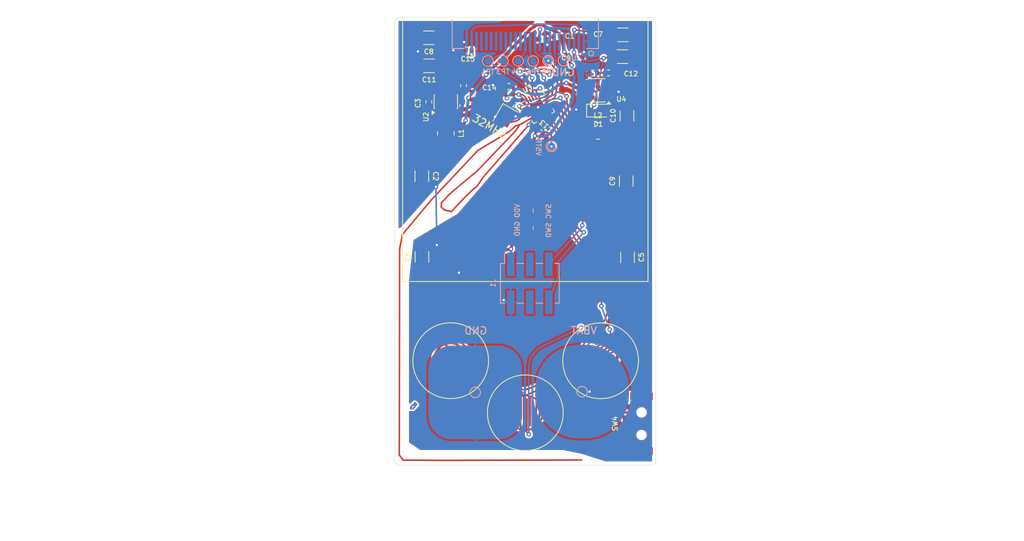
<source format=kicad_pcb>
(kicad_pcb (version 20241229) (generator "pcbnew") (generator_version "9.0")
  (layers (0 "F.Cu" signal) (2 "B.Cu" signal) (13 "F.Paste" user) (15 "B.Paste" user) (5 "F.SilkS" user "F.Silkscreen") (7 "B.SilkS" user "B.Silkscreen") (1 "F.Mask" user) (3 "B.Mask" user) (25 "Edge.Cuts" user))
  (net 0 "")
  (net 1 "GND")
  (net 2 "VDD")
  (net 3 "Net-(U2-BOOT)")
  (net 4 "Net-(U1-VCOMH)")
  (net 5 "SWD")
  (net 7 "SWCLK")
  (net 9 "Net-(U2-SW)")
  (net 10 "+9V")
  (net 11 "VPP")
  (net 12 "Net-(D1-A)")
  (net 13 "Net-(U2-FB)")
  (net 14 "Net-(U4-FB)")
  (net 15 "Net-(U1-IREF)")
  (net 16 "ADC")
  (net 17 "Net-(U2-EN)")
  (net 18 "B0")
  (net 19 "B1")
  (net 20 "B2")
  (net 21 "MOSI")
  (net 22 "Net-(U3-V5)")
  (net 23 "RES")
  (net 26 "BS1")
  (net 27 "D{slash}C")
  (net 29 "SCK")
  (net 31 "SCS")
  (net 32 "Net-(U3-XO)")
  (net 33 "Net-(U3-XI)")
  (net 44 "Net-(BT1-+)")
  (footprint "Inductor_SMD:L_1008_2520Metric" (layer "F.Cu") (at 189.4 95.28 -90)
    (property "Reference" "L1")
    (property "Value" "10uH")
  )
  (footprint "Resistor_SMD:R_0402_1005Metric" (layer "F.Cu") (at 187.14 91.08 -90)
    (property "Reference" "C3")
    (property "Value" "100n")
  )
  (footprint "Resistor_SMD:R_0402_1005Metric" (layer "F.Cu") (at 192.33 84.19 180)
    (property "Reference" "C15")
    (property "Value" "1u")
  )
  (footprint "Capacitor_SMD:C_1206_3216Metric" (layer "F.Cu") (at 187.175 86.28 180)
    (property "Reference" "C11")
    (property "Value" "4.7u")
  )
  (footprint "Capacitor_SMD:C_1206_3216Metric" (layer "F.Cu") (at 186.22 111.76 90)
    (property "Reference" "C6")
    (property "Value" "4.7u")
  )
  (footprint "Package_TO_SOT_SMD:SOT-23-6" (layer "F.Cu") (at 209.6825 89.54 180)
    (property "Reference" "U4")
    (property "Value" "HX3608_BOOST")
  )
  (footprint "Crystal:Crystal_SMD_2016-4Pin_2.0x1.6mm" (layer "F.Cu") (at 197.35 93.06 -120)
    (property "Reference" "Y1")
    (property "Value" "32MHz")
  )
  (footprint "Resistor_SMD:R_0402_1005Metric" (layer "F.Cu") (at 204.26 82.39 180)
    (property "Reference" "C1")
    (property "Value" "100n")
  )
  (footprint "cnhardware:BTC007_Button_Silicone" (layer "F.Cu") (at 200 132.55 180)
    (property "Reference" "SW1" (hide yes))
    (property "Value" "TS-1187A-B-A-B" (hide yes))
  )
  (footprint "cnhardware:R_0402_1005Metric_COMPACT" (layer "F.Cu") (at 211.112501 87.227498)
    (property "Reference" "R8" (hide yes))
    (property "Value" "1M" (hide yes))
  )
  (footprint "cnhardware:BTC007_Button_Silicone" (layer "F.Cu") (at 210.041858 125.61 -60)
    (property "Reference" "SW3" (hide yes))
    (property "Value" "TS-1187A-B-A-B" (hide yes))
  )
  (footprint "Capacitor_SMD:C_1206_3216Metric" (layer "F.Cu") (at 187.135 82.54 180)
    (property "Reference" "C8")
    (property "Value" "4.7u")
  )
  (footprint "cnhardware:R_0402_1005Metric_COMPACT" (layer "F.Cu") (at 191.66 91.59 -90)
    (property "Reference" "R7" (hide yes))
    (property "Value" "33k" (hide yes))
  )
  (footprint "swadgeparts:SW_SPDT_PCM12" (layer "F.Cu") (at 215.17 134 90)
    (property "Reference" "SW4")
    (property "Value" "SW_SPDT")
  )
  (footprint "Inductor_SMD:L_1008_2520Metric" (layer "F.Cu") (at 209.692501 94.947498)
    (property "Reference" "L2")
    (property "Value" "10uH")
  )
  (footprint "Capacitor_SMD:C_1206_3216Metric" (layer "F.Cu") (at 186.2 100.995 -90)
    (property "Reference" "C2")
    (property "Value" "4.7u")
  )
  (footprint "Package_DFN_QFN:QFN-20-1EP_3x3mm_P0.4mm_EP1.65x1.65mm" (layer "F.Cu") (at 201.705737 91.80141 30)
    (property "Reference" "U3")
    (property "Value" "CH572Q")
  )
  (footprint "Resistor_SMD:R_0402_1005Metric" (layer "F.Cu") (at 201.89 95.13 -45)
    (property "Reference" "C13")
    (property "Value" "100n")
  )
  (footprint "Capacitor_SMD:C_1206_3216Metric" (layer "F.Cu") (at 213.63 111.82 -90)
    (property "Reference" "C5")
    (property "Value" "4.7u")
  )
  (footprint "cnhardware:BTC007_Button_Silicone" (layer "F.Cu") (at 190.048142 125.6 60)
    (property "Reference" "SW2" (hide yes))
    (property "Value" "TS-1187A-B-A-B" (hide yes))
  )
  (footprint "cnhardware:R_0402_1005Metric_COMPACT" (layer "F.Cu") (at 192.9 90.26 90)
    (property "Reference" "R5" (hide yes))
    (property "Value" "100k" (hide yes))
  )
  (footprint "Capacitor_SMD:C_1206_3216Metric" (layer "F.Cu") (at 213.46 101.66 90)
    (property "Reference" "C9")
    (property "Value" "4.7u")
  )
  (footprint "Diode_SMD:D_SOD-323" (layer "F.Cu") (at 209.785001 92.247498)
    (property "Reference" "D1")
    (property "Value" "1N4148")
  )
  (footprint "cnhardware:R_0402_1005Metric_COMPACT" (layer "F.Cu") (at 197.85 90.04)
    (property "Reference" "R6" (hide yes))
    (property "Value" "33k" (hide yes))
  )
  (footprint "cnhardware:R_0402_1005Metric_COMPACT" (layer "F.Cu") (at 202.22 82.74 180)
    (property "Reference" "R3" (hide yes))
    (property "Value" "1M" (hide yes))
  )
  (footprint "cnhardware:R_0402_1005Metric_COMPACT" (layer "F.Cu") (at 191.76 88.92 -90)
    (property "Reference" "R1" (hide yes))
    (property "Value" "33k" (hide yes))
  )
  (footprint "Capacitor_SMD:C_1206_3216Metric" (layer "F.Cu") (at 213.01 82.15)
    (property "Reference" "C7")
    (property "Value" "4.7u")
  )
  (footprint "Resistor_SMD:R_0402_1005Metric" (layer "F.Cu") (at 197.82 89.03 180)
    (property "Reference" "C14")
    (property "Value" "100n")
  )
  (footprint "Capacitor_SMD:C_1206_3216Metric" (layer "F.Cu") (at 213.552501 92.932498 90)
    (property "Reference" "C10")
    (property "Value" "4.7u")
  )
  (footprint "Resistor_SMD:R_0402_1005Metric" (layer "F.Cu") (at 207.09 85.09)
    (property "Reference" "C4")
    (property "Value" "1u")
  )
  (footprint "Capacitor_SMD:C_1206_3216Metric" (layer "F.Cu") (at 212.97 85.05)
    (property "Reference" "C12")
    (property "Value" "4.7u")
  )
  (footprint "Package_TO_SOT_SMD:SOT-23-6" (layer "F.Cu") (at 189.4 91.0625 90)
    (property "Reference" "U2")
    (property "Value" "TPS54302")
  )
  (footprint "cnhardware:R_0402_1005Metric_COMPACT" (layer "F.Cu") (at 209.072501 87.237498 180)
    (property "Reference" "R2" (hide yes))
    (property "Value" "51k" (hide yes))
  )
  (footprint "TestPoint:TestPoint_Pad_D1.0mm" (layer "B.Cu") (at 199.03 85.62)
    (property "Reference" "TP4")
    (property "Value" "DCTP")
  )
  (footprint "TestPoint:TestPoint_Pad_D1.0mm" (layer "B.Cu") (at 207.575 129.725 180)
    (property "Reference" "TP7" (hide yes))
    (property "Value" "VBAT")
  )
  (footprint "TestPoint:TestPoint_Pad_D1.0mm" (layer "B.Cu") (at 193.325 129.825 180)
    (property "Reference" "TP9" (hide yes))
    (property "Value" "GND")
  )
  (footprint "TestPoint:TestPoint_Pad_D1.0mm" (layer "B.Cu") (at 203.06 85.6)
    (property "Reference" "TP5")
    (property "Value" "SCSTP")
  )
  (footprint "TestPoint:TestPoint_Pad_D1.0mm" (layer "B.Cu") (at 195 85.63)
    (property "Reference" "TP1")
    (property "Value" "MOSITP")
  )
  (footprint "TestPoint:TestPoint_Pad_D1.0mm" (layer "B.Cu") (at 201.05 85.64)
    (property "Reference" "TP6")
    (property "Value" "RESTP")
  )
  (footprint "TestPoint:TestPoint_Pad_D1.0mm" (layer "B.Cu") (at 203.5 97.03 180)
    (property "Reference" "TP2" (hide yes))
    (property "Value" "V5TP")
  )
  (footprint "cnhardware:RB150-2828KSWKG01" (layer "B.Cu") (at 200 83 180)
    (property "Reference" "U1")
    (property "Value" "~")
  )
  (footprint "TestPoint:TestPoint_Pad_D1.0mm" (layer "B.Cu") (at 197.02 85.62)
    (property "Reference" "TP3")
    (property "Value" "DCTP")
  )
  (footprint "Connector_PinHeader_2.54mm:PinHeader_2x03_P2.54mm_Vertical_SMD" (layer "B.Cu") (at 200.6 115.274999 -90)
    (property "Reference" "J1")
    (property "Value" "SAO")
  )
  (footprint "TestPoint:TestPoint_Pad_D1.0mm" (layer "B.Cu") (at 205.075 85.575 180)
    (property "Reference" "TP8" (hide yes))
    (property "Value" "GND")
  )
  (gr_line (start 184.772 131.712) (end 185.026 131.458) (stroke (width 0.2)) (layer "F.Cu"))
  (gr_line (start 185.534 131.458) (end 185.28 131.204) (stroke (width 0.2)) (layer "F.Cu"))
  (gr_line (start 184.772 131.966) (end 184.772 131.712) (stroke (width 0.2)) (layer "F.Cu"))
  (gr_line (start 185.28 131.204) (end 185.28 131.712) (stroke (width 0.2)) (layer "F.Cu"))
  (gr_line (start 185.28 131.712) (end 185.026 131.966) (stroke (width 0.2)) (layer "F.Cu"))
  (gr_line (start 185.026 131.966) (end 184.772 131.966) (stroke (width 0.2)) (layer "F.Cu"))
  (gr_line (start 185.026 131.458) (end 185.534 131.458) (stroke (width 0.2)) (layer "F.Cu"))
  (gr_line (start 185.246 131.754) (end 185.246 131.246) (stroke (width 0.2)) (layer "B.Cu"))
  (gr_line (start 209.045957 87.373013) (end 208.918957 87.592983) (stroke (width 0.2)) (layer "B.Cu"))
  (gr_line (start 208.132045 87.431954) (end 208.225016 87.778924) (stroke (width 0.2)) (layer "B.Cu"))
  (gr_line (start 208.225016 87.778924) (end 208.479016 87.338983) (stroke (width 0.2)) (layer "B.Cu"))
  (gr_line (start 184.738 132.008) (end 184.992 132.007999) (stroke (width 0.2)) (layer "B.Cu"))
  (gr_line (start 185.5 131.5) (end 184.992 131.5) (stroke (width 0.2)) (layer "B.Cu"))
  (gr_line (start 208.918957 87.592983) (end 208.571986 87.685954) (stroke (width 0.2)) (layer "B.Cu"))
  (gr_line (start 184.738 131.754) (end 184.738 132.008) (stroke (width 0.2)) (layer "B.Cu"))
  (gr_line (start 208.571986 87.685954) (end 208.132045 87.431954) (stroke (width 0.2)) (layer "B.Cu"))
  (gr_line (start 185.246 131.246) (end 185.5 131.5) (stroke (width 0.2)) (layer "B.Cu"))
  (gr_line (start 208.825986 87.246013) (end 209.045957 87.373013) (stroke (width 0.2)) (layer "B.Cu"))
  (gr_line (start 184.992 132.007999) (end 185.246 131.754) (stroke (width 0.2)) (layer "B.Cu"))
  (gr_line (start 184.992 131.5) (end 184.738 131.754) (stroke (width 0.2)) (layer "B.Cu"))
  (gr_line (start 208.479016 87.338983) (end 208.825986 87.246013) (stroke (width 0.2)) (layer "B.Cu"))
  (gr_line (start 216.36 79.9) (end 216.36 115.04) (stroke (width 0.12)) (layer "F.SilkS"))
  (gr_line (start 183.64 115.04) (end 183.64 79.87) (stroke (width 0.12)) (layer "F.SilkS"))
  (gr_line (start 216.36 115.04) (end 183.64 115.04) (stroke (width 0.12)) (layer "F.SilkS"))
  (gr_line (start 183.2 139.525736) (end 216.8 139.525736) (stroke (width 0.05)) (layer "Edge.Cuts"))
  (gr_line (start 216.8 79.8) (end 183.2 79.8) (stroke (width 0.05)) (layer "Edge.Cuts"))
  (gr_arc (start 182.6 80.4) (mid 182.775736 79.975736) (end 183.2 79.8) (stroke (width 0.05)) (layer "Edge.Cuts"))
  (gr_arc (start 217.4 138.925736) (mid 217.224264 139.35) (end 216.8 139.525736) (stroke (width 0.05)) (layer "Edge.Cuts"))
  (gr_arc (start 216.8 79.8) (mid 217.224264 79.975736) (end 217.4 80.4) (stroke (width 0.05)) (layer "Edge.Cuts"))
  (gr_arc (start 183.2 139.525736) (mid 182.775736 139.35) (end 182.6 138.925736) (stroke (width 0.05)) (layer "Edge.Cuts"))
  (gr_line (start 182.6 80.4) (end 182.6 138.919128) (stroke (width 0.05)) (layer "Edge.Cuts"))
  (gr_line (start 217.4 138.925736) (end 217.4 80.4) (stroke (width 0.05)) (layer "Edge.Cuts"))
  (gr_text "VDD GND\n\n -   -\n\nSWC SWD" (at 203.48 104.6 90) (layer "B.SilkS") (effects (font (size 0.65 0.65) (thickness 0.12) (bold yes)) (justify left bottom mirror)))
  (segment (start 213.98 88.05) (end 212.44 89.74) (width 0.2) (layer "F.Cu") (net 1))
  (segment (start 195.67 88.846793) (end 191.76 88.41) (width 0.2) (layer "F.Cu") (net 1))
  (segment (start 200.48 94.14) (end 194.4 101.11) (width 0.2) (layer "F.Cu") (net 1))
  (segment (start 199.3 86.14) (end 202.93 83.47) (width 0.2) (layer "F.Cu") (net 1))
  (segment (start 210.545575 98.704425) (end 213.46 100.185) (width 0.2) (layer "F.Cu") (net 1))
  (segment (start 213.63 113.295) (end 211.3 111.83) (width 0.2) (layer "F.Cu") (net 1))
  (segment (start 186.61 92.412571) (end 184.28 98.64) (width 0.2) (layer "F.Cu") (net 1))
  (segment (start 186.61 92.412571) (end 186.5 92.4) (width 0.2) (layer "F.Cu") (net 1))
  (segment (start 210.82 89.54) (end 211.92 89.51) (width 0.2) (layer "F.Cu") (net 1))
  (segment (start 183.62 108.77) (end 183.24 110.69) (width 0.2) (layer "F.Cu") (net 1))
  (segment (start 183.72 138.86) (end 189.05 138.89) (width 0.2) (layer "F.Cu") (net 1))
  (segment (start 204.85 88.08) (end 204.83 88.84) (width 0.2) (layer "F.Cu") (net 1))
  (segment (start 202.250624 95.490625) (end 202.68 94.82) (width 0.2) (layer "F.Cu") (net 1))
  (segment (start 208.234446 86.505554) (end 208.562501 87.237498) (width 0.2) (layer "F.Cu") (net 1))
  (segment (start 190.15 105.71) (end 191.66 104.1) (width 0.2) (layer "F.Cu") (net 1))
  (segment (start 188.8 105.13) (end 189.23 105.51) (width 0.2) (layer "F.Cu") (net 1))
  (segment (start 193.59 100.29) (end 198.75 94.91) (width 0.2) (layer "F.Cu") (net 1))
  (segment (start 186.04 91.41) (end 186.33 87.46) (width 0.2) (layer "F.Cu") (net 1))
  (segment (start 214.485 82.15) (end 214.445 85.05) (width 0.2) (layer "F.Cu") (net 1))
  (segment (start 206.84 91.87) (end 206.79 92.11) (width 0.2) (layer "F.Cu") (net 1))
  (segment (start 198.01 87.35) (end 199.3 86.14) (width 0.2) (layer "F.Cu") (net 1))
  (segment (start 199.54 87.84) (end 198.01 87.35) (width 0.2) (layer "F.Cu") (net 1))
  (segment (start 186.5 92.4) (end 186.04 91.41) (width 0.2) (layer "F.Cu") (net 1))
  (segment (start 189.82 103.47) (end 190.41 102.94) (width 0.2) (layer "F.Cu") (net 1))
  (segment (start 207.82 84.44) (end 207.6 85.09) (width 0.2) (layer "F.Cu") (net 1))
  (segment (start 190.41 102.94) (end 193.59 100.29) (width 0.2) (layer "F.Cu") (net 1))
  (segment (start 205.16 89.41) (end 206.1 89.85) (width 0.2) (layer "F.Cu") (net 1))
  (segment (start 188.08 102.42) (end 186.2 102.47) (width 0.2) (layer "F.Cu") (net 1))
  (segment (start 193.13 102.65) (end 191.66 104.1) (width 0.2) (layer "F.Cu") (net 1))
  (segment (start 189.05 138.89) (end 207.52 138.84) (width 0.2) (layer "F.Cu") (net 1))
  (segment (start 214.445 85.05) (end 214.34 86.54) (width 0.2) (layer "F.Cu") (net 1))
  (segment (start 197.31 89.03) (end 198.01 87.35) (width 0.2) (layer "F.Cu") (net 1))
  (segment (start 189.23 105.51) (end 190.15 105.71) (width 0.2) (layer "F.Cu") (net 1))
  (segment (start 186.33 87.46) (end 185.7 86.28) (width 0.2) (layer "F.Cu") (net 1))
  (segment (start 199.21 94.17) (end 198.72 94.28) (width 0.2) (layer "F.Cu") (net 1))
  (segment (start 207.32 96.47) (end 208.47 97.65) (width 0.2) (layer "F.Cu") (net 1))
  (segment (start 203.75 82.39) (end 202.73 82.74) (width 0.2) (layer "F.Cu") (net 1))
  (segment (start 191.76 88.41) (end 186.33 87.46) (width 0.2) (layer "F.Cu") (net 1))
  (segment (start 188.81 104.55) (end 188.8 105.13) (width 0.2) (layer "F.Cu") (net 1))
  (segment (start 202.73 82.74) (end 202.93 83.47) (width 0.2) (layer "F.Cu") (net 1))
  (segment (start 185.7 86.28) (end 185.679465 84.36) (width 0.2) (layer "F.Cu") (net 1))
  (segment (start 211.3 111.83) (end 210.545575 98.704425) (width 0.2) (layer "F.Cu") (net 1))
  (segment (start 183.24 110.69) (end 183.2 138.18) (width 0.2) (layer "F.Cu") (net 1))
  (segment (start 194.4 101.11) (end 193.52 102.4) (width 0.2) (layer "F.Cu") (net 1))
  (segment (start 193.52 102.4) (end 193.13 102.65) (width 0.2) (layer "F.Cu") (net 1))
  (segment (start 191.82 84.19) (end 190.41 84.21) (width 0.2) (layer "F.Cu") (net 1))
  (segment (start 185.679465 84.36) (end 185.66 82.54) (width 0.2) (layer "F.Cu") (net 1))
  (segment (start 212.44 89.74) (end 213.552501 91.457498) (width 0.2) (layer "F.Cu") (net 1))
  (segment (start 208.47 97.65) (end 210.545575 98.704425) (width 0.2) (layer "F.Cu") (net 1))
  (segment (start 184.28 98.64) (end 184.33 100.39) (width 0.2) (layer "F.Cu") (net 1))
  (segment (start 204.83 88.84) (end 205.16 89.41) (width 0.2) (layer "F.Cu") (net 1))
  (segment (start 187.55 92.52) (end 186.61 92.412571) (width 0.2) (layer "F.Cu") (net 1))
  (segment (start 193.67 97.56) (end 187.4 104.23) (width 0.2) (layer "F.Cu") (net 1))
  (segment (start 197.12 117.51) (end 191.14 113.87) (width 0.2) (layer "F.Cu") (net 1))
  (segment (start 206.79 92.11) (end 207.32 96.47) (width 0.2) (layer "F.Cu") (net 1))
  (segment (start 188.45 92.2) (end 187.55 92.52) (width 0.2) (layer "F.Cu") (net 1))
  (segment (start 198.71 93.02) (end 198.176314 92.728782) (width 0.2) (layer "F.Cu") (net 1))
  (segment (start 206.1 89.85) (end 206.84 91.87) (width 0.2) (layer "F.Cu") (net 1))
  (segment (start 196.523686 93.391218) (end 195.97 93.06) (width 0.2) (layer "F.Cu") (net 1))
  (segment (start 205.54 87.18) (end 204.85 88.08) (width 0.2) (layer "F.Cu") (net 1))
  (segment (start 191.82 84.19) (end 191.83 83.11) (width 0.2) (layer "F.Cu") (net 1))
  (segment (start 211.92 89.51) (end 212.44 89.74) (width 0.2) (layer "F.Cu") (net 1))
  (segment (start 214.34 86.54) (end 213.98 88.05) (width 0.2) (layer "F.Cu") (net 1))
  (segment (start 198.72 94.28) (end 197.85 95.05) (width 0.2) (layer "F.Cu") (net 1))
  (segment (start 198.75 94.91) (end 199.21 94.17) (width 0.2) (layer "F.Cu") (net 1))
  (segment (start 199.21 94.17) (end 200.85 93.21923) (width 0.2) (layer "F.Cu") (net 1))
  (segment (start 183.2 138.18) (end 183.72 138.86) (width 0.2) (layer "F.Cu") (net 1))
  (segment (start 186.22 110.285) (end 188.2 110.18) (width 0.2) (layer "F.Cu") (net 1))
  (segment (start 207.6 85.09) (end 208.234446 86.505554) (width 0.2) (layer "F.Cu") (net 1))
  (segment (start 184.33 100.39) (end 186.2 102.47) (width 0.2) (layer "F.Cu") (net 1))
  (segment (start 189.82 103.47) (end 188.81 104.55) (width 0.2) (layer "F.Cu") (net 1))
  (segment (start 208.234446 86.505554) (end 205.54 87.18) (width 0.2) (layer "F.Cu") (net 1))
  (segment (start 197.85 95.05) (end 193.67 97.56) (width 0.2) (layer "F.Cu") (net 1))
  (segment (start 187.4 104.23) (end 183.62 108.77) (width 0.2) (layer "F.Cu") (net 1))
  (segment (start 197.31 89.03) (end 195.67 88.846793) (width 0.2) (layer "F.Cu") (net 1))
  (via (at 202.68 94.82) (size 0.6) (drill 0.3) (layers "F.Cu" "B.Cu") (net 1))
  (via (at 200.48 94.14) (size 0.6) (drill 0.3) (layers "F.Cu" "B.Cu") (net 1))
  (via (at 197.12 117.51) (size 0.6) (drill 0.3) (layers "F.Cu" "B.Cu") (net 1))
  (via (at 206.79 92.11) (size 0.6) (drill 0.3) (layers "F.Cu" "B.Cu") (net 1))
  (via (at 191.83 83.11) (size 0.6) (drill 0.3) (layers "F.Cu" "B.Cu") (net 1))
  (via (at 188.2 110.18) (size 0.6) (drill 0.3) (layers "F.Cu" "B.Cu") (net 1))
  (via (at 201.705737 91.80141) (size 0.6) (drill 0.3) (layers "F.Cu" "B.Cu") (net 1))
  (via (at 190.41 84.21) (size 0.6) (drill 0.3) (layers "F.Cu" "B.Cu") (net 1))
  (via (at 195.67 88.846793) (size 0.6) (drill 0.3) (layers "F.Cu" "B.Cu") (net 1))
  (via (at 195.97 93.06) (size 0.6) (drill 0.3) (layers "F.Cu" "B.Cu") (net 1))
  (via (at 191.14 113.87) (size 0.6) (drill 0.3) (layers "F.Cu" "B.Cu") (net 1))
  (via (at 198.71 93.02) (size 0.6) (drill 0.3) (layers "F.Cu" "B.Cu") (net 1))
  (via (at 207.82 84.44) (size 0.6) (drill 0.3) (layers "F.Cu" "B.Cu") (net 1))
  (via (at 205.54 87.18) (size 0.6) (drill 0.3) (layers "F.Cu" "B.Cu") (net 1))
  (via (at 188.08 102.42) (size 0.6) (drill 0.3) (layers "F.Cu" "B.Cu") (net 1))
  (via (at 199.54 87.84) (size 0.6) (drill 0.3) (layers "F.Cu" "B.Cu") (net 1))
  (via (at 212.44 89.74) (size 0.6) (drill 0.3) (layers "F.Cu" "B.Cu") (net 1))
  (via (at 185.679465 84.36) (size 0.6) (drill 0.3) (layers "F.Cu" "B.Cu") (net 1))
  (via (at 202.93 83.47) (size 0.6) (drill 0.3) (layers "F.Cu" "B.Cu") (net 1))
  (segment (start 195.97 93.06) (end 198.71 93.02) (width 0.2) (layer "B.Cu") (net 1))
  (segment (start 198.71 93.02) (end 201.705737 91.80141) (width 0.2) (layer "B.Cu") (net 1))
  (segment (start 188.2 110.18) (end 188.08 102.42) (width 0.2) (layer "B.Cu") (net 1))
  (segment (start 203.25 83) (end 202.93 83.47) (width 0.2) (layer "B.Cu") (net 1))
  (segment (start 203.27 88.5) (end 201.9 88.52) (width 0.2) (layer "B.Cu") (net 1))
  (segment (start 210.48 92.55) (end 212.44 89.74) (width 0.2) (layer "B.Cu") (net 1))
  (segment (start 202.68 94.82) (end 201.705737 91.80141) (width 0.2) (layer "B.Cu") (net 1))
  (segment (start 191.14 113.87) (end 188.2 110.18) (width 0.2) (layer "B.Cu") (net 1))
  (segment (start 206.79 92.11) (end 210.48 92.55) (width 0.2) (layer "B.Cu") (net 1))
  (segment (start 203.25 83) (end 202.6 83) (width 0.2) (layer "B.Cu") (net 1))
  (segment (start 200.48 94.14) (end 201.705737 91.80141) (width 0.2) (layer "B.Cu") (net 1))
  (segment (start 201.9 88.52) (end 200.85 88.61) (width 0.2) (layer "B.Cu") (net 1))
  (segment (start 190.41 84.21) (end 185.679465 84.36) (width 0.2) (layer "B.Cu") (net 1))
  (segment (start 205.54 87.18) (end 203.27 88.5) (width 0.2) (layer "B.Cu") (net 1))
  (segment (start 195.97 93.06) (end 195.67 88.846793) (width 0.2) (layer "B.Cu") (net 1))
  (segment (start 207.8 83) (end 207.82 84.44) (width 0.2) (layer "B.Cu") (net 1))
  (segment (start 202.93 83.47) (end 202.6 83) (width 0.2) (layer "B.Cu") (net 1))
  (segment (start 191.83 83.11) (end 192.2 83) (width 0.2) (layer "B.Cu") (net 1))
  (segment (start 200.85 88.61) (end 199.54 87.84) (width 0.2) (layer "B.Cu") (net 1))
  (segment (start 198.06 117.799999) (end 197.12 117.51) (width 0.2) (layer "B.Cu") (net 1))
  (segment (start 204.77 82.39) (end 205.131542 84.08) (width 0.4) (layer "F.Cu") (net 2))
  (segment (start 205.131542 84.08) (end 206.16 86.2) (width 0.4) (layer "F.Cu") (net 2))
  (segment (start 189.4 96.355) (end 186.2 99.52) (width 0.4) (layer "F.Cu") (net 2))
  (segment (start 204.77 82.39) (end 204.23 81.8) (width 0.4) (layer "F.Cu") (net 2))
  (segment (start 191.56 94.56) (end 192.04 93.56) (width 0.4) (layer "F.Cu") (net 2))
  (segment (start 204.23 81.8) (end 202.18 80.82) (width 0.4) (layer "F.Cu") (net 2))
  (segment (start 186.22 113.235) (end 198.09 110.7) (width 0.4) (layer "F.Cu") (net 2))
  (segment (start 205.131542 84.08) (end 205.2 84.4) (width 0.4) (layer "F.Cu") (net 2))
  (segment (start 202.084327 93.257147) (end 202.37 93.77) (width 0.2) (layer "F.Cu") (net 2))
  (segment (start 189.4 96.355) (end 191.56 94.56) (width 0.4) (layer "F.Cu") (net 2))
  (segment (start 201.529376 94.769375) (end 202.03 93.93) (width 0.4) (layer "F.Cu") (net 2))
  (segment (start 201.28 95.62) (end 198.09 110.7) (width 0.4) (layer "F.Cu") (net 2))
  (segment (start 202.03 93.93) (end 201.737917 93.457147) (width 0.2) (layer "F.Cu") (net 2))
  (segment (start 201.28 95.62) (end 201.529376 94.769375) (width 0.4) (layer "F.Cu") (net 2))
  (segment (start 200.72 81.35) (end 194.78 87.47) (width 0.4) (layer "F.Cu") (net 2))
  (segment (start 202.37 93.77) (end 202.03 93.93) (width 0.2) (layer "F.Cu") (net 2))
  (segment (start 201.56 80.81) (end 200.72 81.35) (width 0.4) (layer "F.Cu") (net 2))
  (segment (start 202.18 80.82) (end 201.56 80.81) (width 0.4) (layer "F.Cu") (net 2))
  (segment (start 192.9 90.77) (end 192.42 90.55) (width 0.4) (layer "F.Cu") (net 2))
  (via (at 206.16 86.2) (size 0.6) (drill 0.3) (layers "F.Cu" "B.Cu") (net 2))
  (via (at 201.28 95.62) (size 0.6) (drill 0.3) (layers "F.Cu" "B.Cu") (net 2))
  (via (at 198.09 110.7) (size 0.6) (drill 0.3) (layers "F.Cu" "B.Cu") (net 2))
  (via (at 192.42 90.55) (size 0.6) (drill 0.3) (layers "F.Cu" "B.Cu") (net 2))
  (via (at 192.04 93.56) (size 0.6) (drill 0.3) (layers "F.Cu" "B.Cu") (net 2))
  (via (at 194.78 87.47) (size 0.6) (drill 0.3) (layers "F.Cu" "B.Cu") (net 2))
  (via (at 205.2 84.4) (size 0.6) (drill 0.3) (layers "F.Cu" "B.Cu") (net 2))
  (segment (start 206.16 86.2) (end 206.52 87.85) (width 0.4) (layer "B.Cu") (net 2))
  (segment (start 202.55 95.7) (end 201.28 95.62) (width 0.4) (layer "B.Cu") (net 2))
  (segment (start 206.27 90.99) (end 203.48 95.21) (width 0.4) (layer "B.Cu") (net 2))
  (segment (start 206.52 87.85) (end 206.27 90.99) (width 0.4) (layer "B.Cu") (net 2))
  (segment (start 192.04 93.56) (end 192.42 90.55) (width 0.4) (layer "B.Cu") (net 2))
  (segment (start 203.48 95.21) (end 202.55 95.7) (width 0.4) (layer "B.Cu") (net 2))
  (segment (start 198.09 110.7) (end 198.06 112.749999) (width 0.4) (layer "B.Cu") (net 2))
  (segment (start 205.2 84.4) (end 205.2 83) (width 0.2) (layer "B.Cu") (net 2))
  (segment (start 194.78 87.47) (end 192.42 90.55) (width 0.4) (layer "B.Cu") (net 2))
  (segment (start 187.14 90.57) (end 188.45 89.925) (width 0.2) (layer "F.Cu") (net 3))
  (segment (start 206.49 84.47) (end 206.58 85.09) (width 0.2) (layer "F.Cu") (net 4))
  (segment (start 211.535 82.15) (end 206.53 81.48) (width 0.2) (layer "F.Cu") (net 4))
  (via (at 206.53 81.48) (size 0.6) (drill 0.3) (layers "F.Cu" "B.Cu") (net 4))
  (via (at 206.49 84.47) (size 0.6) (drill 0.3) (layers "F.Cu" "B.Cu") (net 4))
  (segment (start 206.53 81.48) (end 206.5 83) (width 0.2) (layer "B.Cu") (net 4))
  (segment (start 206.5 83) (end 206.49 84.47) (width 0.2) (layer "B.Cu") (net 4))
  (segment (start 204.19 91.61) (end 204.04 91.51) (width 0.2) (layer "F.Cu") (net 5))
  (segment (start 203.84 91.51) (end 203.361474 91.76923) (width 0.2) (layer "F.Cu") (net 5))
  (segment (start 206.95 107.79) (end 206.91 107.25) (width 0.2) (layer "F.Cu") (net 5))
  (segment (start 205.04 95) (end 204.34 91.8) (width 0.2) (layer "F.Cu") (net 5))
  (segment (start 204.04 91.51) (end 203.84 91.51) (width 0.2) (layer "F.Cu") (net 5))
  (segment (start 207.3 108.26) (end 206.95 107.79) (width 0.2) (layer "F.Cu") (net 5))
  (segment (start 207.8 108.46) (end 207.3 108.26) (width 0.2) (layer "F.Cu") (net 5))
  (segment (start 207.18 106.31) (end 205.04 95) (width 0.2) (layer "F.Cu") (net 5))
  (segment (start 204.34 91.8) (end 204.19 91.61) (width 0.2) (layer "F.Cu") (net 5))
  (segment (start 206.91 107.25) (end 207.18 106.31) (width 0.2) (layer "F.Cu") (net 5))
  (via (at 207.8 108.46) (size 0.6) (drill 0.3) (layers "F.Cu" "B.Cu") (net 5))
  (segment (start 204.25 112.55) (end 204.38 114.25) (width 0.2) (layer "B.Cu") (net 5))
  (segment (start 207.8 108.46) (end 204.25 112.55) (width 0.2) (layer "B.Cu") (net 5))
  (segment (start 204.38 114.25) (end 203.14 117.799999) (width 0.2) (layer "B.Cu") (net 5))
  (segment (start 205.46 95.05) (end 205.39 94.71) (width 0.2) (layer "F.Cu") (net 7))
  (segment (start 204.37 91.18) (end 204.77 91.62) (width 0.2) (layer "F.Cu") (net 7))
  (segment (start 207.59 107.55) (end 207.7 106.78) (width 0.2) (layer "F.Cu") (net 7))
  (segment (start 203.161474 91.42282) (end 203.72 91.1) (width 0.2) (layer "F.Cu") (net 7))
  (segment (start 207.7 106.78) (end 205.46 95.05) (width 0.2) (layer "F.Cu") (net 7))
  (segment (start 204.08 91.09) (end 204.37 91.18) (width 0.2) (layer "F.Cu") (net 7))
  (segment (start 203.72 91.1) (end 204.08 91.09) (width 0.2) (layer "F.Cu") (net 7))
  (segment (start 204.77 91.62) (end 205.39 94.71) (width 0.2) (layer "F.Cu") (net 7))
  (via (at 207.59 107.55) (size 0.6) (drill 0.3) (layers "F.Cu" "B.Cu") (net 7))
  (segment (start 203.14 112.749999) (end 207.53 107.85) (width 0.2) (layer "B.Cu") (net 7))
  (segment (start 207.53 107.85) (end 207.59 107.55) (width 0.2) (layer "B.Cu") (net 7))
  (segment (start 188.45 91.17) (end 187.94 91.24) (width 0.2) (layer "F.Cu") (net 9))
  (segment (start 187.94 91.24) (end 187.14 91.59) (width 0.2) (layer "F.Cu") (net 9))
  (segment (start 188.84 91.28) (end 188.45 91.17) (width 0.2) (layer "F.Cu") (net 9))
  (segment (start 189.4 94.205) (end 189.4 92.2) (width 0.2) (layer "F.Cu") (net 9))
  (segment (start 189.4 92.2) (end 189.13 91.48) (width 0.2) (layer "F.Cu") (net 9))
  (segment (start 189.13 91.48) (end 188.84 91.28) (width 0.2) (layer "F.Cu") (net 9))
  (segment (start 197.34 90.04) (end 197.55 90.6) (width 0.4) (layer "F.Cu") (net 10))
  (segment (start 215.45 133.625) (end 213.74 133.250002) (width 0.4) (layer "F.Cu") (net 10))
  (segment (start 208.617501 94.947498) (end 207.25 90.82) (width 0.4) (layer "F.Cu") (net 10))
  (segment (start 207.25 90.82) (end 207.18 90.06) (width 0.4) (layer "F.Cu") (net 10))
  (segment (start 207.18 90.06) (end 207.33 89.43) (width 0.4) (layer "F.Cu") (net 10))
  (segment (start 214.271618 97.24) (end 213.552501 94.407498) (width 0.4) (layer "F.Cu") (net 10))
  (segment (start 209.67 96.64) (end 208.617501 94.947498) (width 0.4) (layer "F.Cu") (net 10))
  (segment (start 213.63 110.345) (end 215.02 111.27) (width 0.4) (layer "F.Cu") (net 10))
  (segment (start 215.825 131.25) (end 216.275 131.825) (width 0.4) (layer "F.Cu") (net 10))
  (segment (start 207.33 89.43) (end 207.75 88.77) (width 0.4) (layer "F.Cu") (net 10))
  (segment (start 215.5 130) (end 215.825 131.25) (width 0.4) (layer "F.Cu") (net 10))
  (segment (start 214.82 99.4) (end 214.271618 97.24) (width 0.4) (layer "F.Cu") (net 10))
  (segment (start 215.02 111.27) (end 215.52 112.49) (width 0.4) (layer "F.Cu") (net 10))
  (segment (start 205.46 88.57) (end 207.33 89.43) (width 0.4) (layer "F.Cu") (net 10))
  (segment (start 213.46 103.135) (end 214.81 101.04) (width 0.4) (layer "F.Cu") (net 10))
  (segment (start 207.75 88.77) (end 208.545 88.59) (width 0.4) (layer "F.Cu") (net 10))
  (segment (start 197.34 90.04) (end 191.66 92.1) (width 0.4) (layer "F.Cu") (net 10))
  (segment (start 215.52 112.49) (end 215.22 126.65) (width 0.4) (layer "F.Cu") (net 10))
  (segment (start 216.375 133.25) (end 215.45 133.625) (width 0.4) (layer "F.Cu") (net 10))
  (segment (start 210.41 96.96) (end 209.67 96.64) (width 0.4) (layer "F.Cu") (net 10))
  (segment (start 213.63 110.345) (end 213.46 103.135) (width 0.4) (layer "F.Cu") (net 10))
  (segment (start 215.22 126.65) (end 215.5 130) (width 0.4) (layer "F.Cu") (net 10))
  (segment (start 216.55 132.575) (end 216.375 133.25) (width 0.4) (layer "F.Cu") (net 10))
  (segment (start 214.81 101.04) (end 214.82 99.4) (width 0.4) (layer "F.Cu") (net 10))
  (segment (start 216.275 131.825) (end 216.55 132.575) (width 0.4) (layer "F.Cu") (net 10))
  (segment (start 214.271618 97.24) (end 210.41 96.96) (width 0.4) (layer "F.Cu") (net 10))
  (segment (start 190.35 92.2) (end 191.66 92.1) (width 0.4) (layer "F.Cu") (net 10))
  (via (at 205.46 88.57) (size 0.6) (drill 0.3) (layers "F.Cu" "B.Cu") (net 10))
  (via (at 197.55 90.6) (size 0.6) (drill 0.3) (layers "F.Cu" "B.Cu") (net 10))
  (segment (start 197.55 90.6) (end 198.71 89.4) (width 0.4) (layer "B.Cu") (net 10))
  (segment (start 200.04 89.78) (end 201.25 90.12) (width 0.4) (layer "B.Cu") (net 10))
  (segment (start 203.4 89.64) (end 204.45 88.79) (width 0.4) (layer "B.Cu") (net 10))
  (segment (start 198.71 89.4) (end 199.14 89.3) (width 0.4) (layer "B.Cu") (net 10))
  (segment (start 199.14 89.3) (end 200.04 89.78) (width 0.4) (layer "B.Cu") (net 10))
  (segment (start 201.25 90.12) (end 202.211367 90.038375) (width 0.4) (layer "B.Cu") (net 10))
  (segment (start 204.45 88.79) (end 205.46 88.57) (width 0.4) (layer "B.Cu") (net 10))
  (segment (start 202.211367 90.038375) (end 203.4 89.64) (width 0.4) (layer "B.Cu") (net 10))
  (segment (start 192.84 84.19) (end 192.82 84.76) (width 0.2) (layer "F.Cu") (net 11))
  (segment (start 192.82 84.76) (end 192.28 85.03) (width 0.2) (layer "F.Cu") (net 11))
  (segment (start 209.4 89.8) (end 209.22 89.59) (width 0.2) (layer "F.Cu") (net 11))
  (segment (start 209.37 91.21) (end 209.16 91.49) (width 0.2) (layer "F.Cu") (net 11))
  (segment (start 209.37 91.21) (end 209.51 90.73) (width 0.2) (layer "F.Cu") (net 11))
  (segment (start 192.28 85.03) (end 188.65 86.28) (width 0.2) (layer "F.Cu") (net 11))
  (segment (start 208.735001 92.247498) (end 209.37 91.21) (width 0.2) (layer "F.Cu") (net 11))
  (segment (start 211.622501 87.227498) (end 211.495 85.05) (width 0.2) (layer "F.Cu") (net 11))
  (segment (start 209.52 90.08) (end 209.4 89.8) (width 0.2) (layer "F.Cu") (net 11))
  (segment (start 209.22 89.59) (end 208.545 89.54) (width 0.2) (layer "F.Cu") (net 11))
  (segment (start 209.51 90.73) (end 209.52 90.08) (width 0.2) (layer "F.Cu") (net 11))
  (segment (start 210.45 85.25) (end 211.495 85.05) (width 0.2) (layer "F.Cu") (net 11))
  (segment (start 188.61 82.54) (end 188.65 86.28) (width 0.2) (layer "F.Cu") (net 11))
  (via (at 210.45 85.25) (size 0.6) (drill 0.3) (layers "F.Cu" "B.Cu") (net 11))
  (via (at 209.16 91.49) (size 0.6) (drill 0.3) (layers "F.Cu" "B.Cu") (net 11))
  (via (at 192.82 84.76) (size 0.6) (drill 0.3) (layers "F.Cu" "B.Cu") (net 11))
  (segment (start 208.73 85.6) (end 210.45 85.25) (width 0.2) (layer "B.Cu") (net 11))
  (segment (start 207.71 85.48) (end 208.73 85.6) (width 0.2) (layer "B.Cu") (net 11))
  (segment (start 207.15 83) (end 207.16 84.85) (width 0.2) (layer "B.Cu") (net 11))
  (segment (start 209.16 91.49) (end 210.45 85.25) (width 0.2) (layer "B.Cu") (net 11))
  (segment (start 207.1 81.03) (end 207.2 81.37) (width 0.2) (layer "B.Cu") (net 11))
  (segment (start 192.85 83) (end 192.85 81.48) (width 0.2) (layer "B.Cu") (net 11))
  (segment (start 207.32 85.18) (end 207.71 85.48) (width 0.2) (layer "B.Cu") (net 11))
  (segment (start 192.85 81.48) (end 193.23 81.12) (width 0.2) (layer "B.Cu") (net 11))
  (segment (start 193.23 81.12) (end 193.77 80.99) (width 0.2) (layer "B.Cu") (net 11))
  (segment (start 193.77 80.99) (end 203 80.7) (width 0.2) (layer "B.Cu") (net 11))
  (segment (start 207.2 81.37) (end 207.15 83) (width 0.2) (layer "B.Cu") (net 11))
  (segment (start 192.82 84.76) (end 192.85 83) (width 0.2) (layer "B.Cu") (net 11))
  (segment (start 206.71 80.79) (end 207.1 81.03) (width 0.2) (layer "B.Cu") (net 11))
  (segment (start 207.16 84.85) (end 207.32 85.18) (width 0.2) (layer "B.Cu") (net 11))
  (segment (start 203 80.7) (end 206.71 80.79) (width 0.2) (layer "B.Cu") (net 11))
  (segment (start 210.767501 94.947498) (end 210.835001 92.247498) (width 0.2) (layer "F.Cu") (net 12))
  (segment (start 210.835001 92.247498) (end 210.82 90.49) (width 0.2) (layer "F.Cu") (net 12))
  (segment (start 192.9 89.75) (end 191.76 89.43) (width 0.2) (layer "F.Cu") (net 13))
  (segment (start 190.35 89.925) (end 191.76 89.43) (width 0.2) (layer "F.Cu") (net 13))
  (segment (start 209.582501 87.237498) (end 210.602501 87.227498) (width 0.2) (layer "F.Cu") (net 14))
  (segment (start 210.82 88.59) (end 210.602501 87.227498) (width 0.2) (layer "F.Cu") (net 14))
  (segment (start 201.96 81.42) (end 201.71 82.74) (width 0.2) (layer "F.Cu") (net 15))
  (via (at 201.96 81.42) (size 0.6) (drill 0.3) (layers "F.Cu" "B.Cu") (net 15))
  (segment (start 201.95 83) (end 201.96 81.42) (width 0.2) (layer "B.Cu") (net 15))
  (segment (start 210.63 120.14) (end 208.63 123.1) (width 0.2) (layer "F.Cu") (net 16))
  (segment (start 210.96 119.13) (end 210.63 120.14) (width 0.2) (layer "F.Cu") (net 16))
  (segment (start 207.53 124.89) (end 207.854679 126.844679) (width 0.2) (layer "F.Cu") (net 16))
  (segment (start 205.51 90.36) (end 205.58 91.36) (width 0.2) (layer "F.Cu") (net 16))
  (segment (start 199.63 90.13) (end 199.12 90.093858) (width 0.2) (layer "F.Cu") (net 16))
  (segment (start 200 130.25) (end 207.854679 126.844679) (width 0.2) (layer "F.Cu") (net 16))
  (segment (start 199.9 90.32) (end 199.63 90.13) (width 0.2) (layer "F.Cu") (net 16))
  (segment (start 206.11 94.1) (end 210.836245 117.886729) (width 0.2) (layer "F.Cu") (net 16))
  (segment (start 198.33 89.03) (end 198.36 90.04) (width 0.2) (layer "F.Cu") (net 16))
  (segment (start 200.287917 90.945673) (end 199.9 90.32) (width 0.2) (layer "F.Cu") (net 16))
  (segment (start 198.36 90.04) (end 199.12 90.093858) (width 0.2) (layer "F.Cu") (net 16))
  (segment (start 192.04 126.75) (end 200 130.25) (width 0.2) (layer "F.Cu") (net 16))
  (segment (start 205.58 91.36) (end 206.11 94.1) (width 0.2) (layer "F.Cu") (net 16))
  (segment (start 207.854679 126.844679) (end 208.05 126.76) (width 0.2) (layer "F.Cu") (net 16))
  (segment (start 210.836245 117.886729) (end 210.96 119.13) (width 0.2) (layer "F.Cu") (net 16))
  (segment (start 208.63 123.1) (end 207.53 124.89) (width 0.2) (layer "F.Cu") (net 16))
  (via (at 199.12 90.093858) (size 0.6) (drill 0.3) (layers "F.Cu" "B.Cu") (net 16))
  (via (at 205.51 90.36) (size 0.6) (drill 0.3) (layers "F.Cu" "B.Cu") (net 16))
  (segment (start 205.51 90.36) (end 204.79 89.85) (width 0.2) (layer "B.Cu") (net 16))
  (segment (start 204.29 89.77) (end 203.75 90.2) (width 0.2) (layer "B.Cu") (net 16))
  (segment (start 200.153419 91.021023) (end 199.12 90.093858) (width 0.2) (layer "B.Cu") (net 16))
  (segment (start 204.79 89.85) (end 204.29 89.77) (width 0.2) (layer "B.Cu") (net 16))
  (segment (start 203.75 90.2) (end 200.153419 91.021023) (width 0.2) (layer "B.Cu") (net 16))
  (segment (start 189.77 90.73) (end 189.64 90.58) (width 0.2) (layer "F.Cu") (net 17))
  (segment (start 191.66 91.08) (end 190.04 90.88) (width 0.2) (layer "F.Cu") (net 17))
  (segment (start 190.04 90.88) (end 189.77 90.73) (width 0.2) (layer "F.Cu") (net 17))
  (segment (start 189.64 90.58) (end 189.4 89.925) (width 0.2) (layer "F.Cu") (net 17))
  (segment (start 203.04744 93.325708) (end 204.2 95.31) (width 0.2) (layer "F.Cu") (net 18))
  (segment (start 206.02 107.86) (end 206.55 109.22) (width 0.2) (layer "F.Cu") (net 18))
  (segment (start 206.13 105.69) (end 206.02 107.86) (width 0.2) (layer "F.Cu") (net 18))
  (segment (start 208.745842 120.799212) (end 207.41 121.18) (width 0.2) (layer "F.Cu") (net 18))
  (segment (start 208.08 111.26) (end 209.12 118.42) (width 0.2) (layer "F.Cu") (net 18))
  (segment (start 204.41 96.1) (end 206.13 105.69) (width 0.2) (layer "F.Cu") (net 18))
  (segment (start 209.12 118.42) (end 208.745842 120.799212) (width 0.2) (layer "F.Cu") (net 18))
  (segment (start 206.55 109.22) (end 208.08 111.26) (width 0.2) (layer "F.Cu") (net 18))
  (segment (start 202.777147 92.857147) (end 203.04744 93.325708) (width 0.2) (layer "F.Cu") (net 18))
  (segment (start 200.47 135.42) (end 200 134.85) (width 0.2) (layer "F.Cu") (net 18))
  (segment (start 204.2 95.31) (end 204.41 96.1) (width 0.2) (layer "F.Cu") (net 18))
  (via (at 200.47 135.42) (size 0.6) (drill 0.3) (layers "F.Cu" "B.Cu") (net 18))
  (via (at 207.41 121.18) (size 0.6) (drill 0.3) (layers "F.Cu" "B.Cu") (net 18))
  (segment (start 200.675 125.175) (end 201.725 123.925) (width 0.2) (layer "B.Cu") (net 18))
  (segment (start 200.47 135.42) (end 200.44 132.12) (width 0.2) (layer "B.Cu") (net 18))
  (segment (start 200.44 132.12) (end 200.48 126.2) (width 0.2) (layer "B.Cu") (net 18))
  (segment (start 200.48 126.2) (end 200.675 125.175) (width 0.2) (layer "B.Cu") (net 18))
  (segment (start 201.725 123.925) (end 207.41 121.18) (width 0.2) (layer "B.Cu") (net 18))
  (segment (start 193.6 126.875) (end 192.325 123.925) (width 0.2) (layer "F.Cu") (net 19))
  (segment (start 203.123557 92.657147) (end 203.433772 93.156591) (width 0.2) (layer "F.Cu") (net 19))
  (segment (start 207.1 126.725) (end 207 124.7) (width 0.2) (layer "F.Cu") (net 19))
  (segment (start 206.47 107.71) (end 206.85 108.72) (width 0.2) (layer "F.Cu") (net 19))
  (segment (start 204.72567 95.49028) (end 206.61 105.63) (width 0.2) (layer "F.Cu") (net 19))
  (segment (start 199.425 129.475) (end 193.6 126.875) (width 0.2) (layer "F.Cu") (net 19))
  (segment (start 206.61 105.63) (end 206.47 107.71) (width 0.2) (layer "F.Cu") (net 19))
  (segment (start 200.225 129.4) (end 207.1 126.725) (width 0.2) (layer "F.Cu") (net 19))
  (segment (start 200.225 129.4) (end 199.425 129.475) (width 0.2) (layer "F.Cu") (net 19))
  (segment (start 206.85 108.72) (end 207.77 110.03) (width 0.2) (layer "F.Cu") (net 19))
  (segment (start 209.56 118.65) (end 209.06 121.29) (width 0.2) (layer "F.Cu") (net 19))
  (segment (start 207 124.7) (end 209.06 121.29) (width 0.2) (layer "F.Cu") (net 19))
  (segment (start 204.55 95.08) (end 204.72567 95.49028) (width 0.2) (layer "F.Cu") (net 19))
  (segment (start 207.77 110.03) (end 208.53 111.08) (width 0.2) (layer "F.Cu") (net 19))
  (segment (start 190.12 123.11) (end 189.01 123.15) (width 0.2) (layer "F.Cu") (net 19))
  (segment (start 208.53 111.08) (end 209.56 118.65) (width 0.2) (layer "F.Cu") (net 19))
  (segment (start 189.01 123.15) (end 188.056284 124.45) (width 0.2) (layer "F.Cu") (net 19))
  (segment (start 203.433772 93.156591) (end 204.55 95.08) (width 0.2) (layer "F.Cu") (net 19))
  (segment (start 192.325 123.925) (end 191.35 123.140943) (width 0.2) (layer "F.Cu") (net 19))
  (segment (start 191.35 123.140943) (end 190.12 123.11) (width 0.2) (layer "F.Cu") (net 19))
  (segment (start 205.75 94.39) (end 210.18 117.59) (width 0.2) (layer "F.Cu") (net 20))
  (segment (start 210.18 117.59) (end 210.15 118.31) (width 0.2) (layer "F.Cu") (net 20))
  (segment (start 199.19 91.65) (end 199.38 92.06) (width 0.2) (layer "F.Cu") (net 20))
  (segment (start 199.57 92.09) (end 200.05 91.83359) (width 0.2) (layer "F.Cu") (net 20))
  (segment (start 211.25 121.45) (end 212.033716 124.46) (width 0.2) (layer "F.Cu") (net 20))
  (segment (start 204.67 90.55) (end 205.18 91.44) (width 0.2) (layer "F.Cu") (net 20))
  (segment (start 205.18 91.44) (end 205.75 94.39) (width 0.2) (layer "F.Cu") (net 20))
  (segment (start 199.38 92.06) (end 199.57 92.09) (width 0.2) (layer "F.Cu") (net 20))
  (via (at 210.15 118.31) (size 0.6) (drill 0.3) (layers "F.Cu" "B.Cu") (net 20))
  (via (at 211.25 121.45) (size 0.6) (drill 0.3) (layers "F.Cu" "B.Cu") (net 20))
  (via (at 204.67 90.55) (size 0.6) (drill 0.3) (layers "F.Cu" "B.Cu") (net 20))
  (via (at 199.19 91.65) (size 0.6) (drill 0.3) (layers "F.Cu" "B.Cu") (net 20))
  (segment (start 199.19 91.65) (end 204.67 90.55) (width 0.2) (layer "B.Cu") (net 20))
  (segment (start 210.15 118.31) (end 211.25 121.45) (width 0.2) (layer "B.Cu") (net 20))
  (segment (start 201.53 89.89) (end 201.45 89.7) (width 0.2) (layer "F.Cu") (net 21))
  (segment (start 201.673557 90.145673) (end 201.53 89.89) (width 0.2) (layer "F.Cu") (net 21))
  (segment (start 201.51 89.52) (end 201.98 89.29) (width 0.2) (layer "F.Cu") (net 21))
  (segment (start 201.45 89.7) (end 201.51 89.52) (width 0.2) (layer "F.Cu") (net 21))
  (via (at 201.98 89.29) (size 0.6) (drill 0.3) (layers "F.Cu" "B.Cu") (net 21))
  (segment (start 201.22 89.52) (end 200.71 89.36) (width 0.2) (layer "B.Cu") (net 21))
  (segment (start 197.25 84.44) (end 197.01 84.61) (width 0.2) (layer "B.Cu") (net 21))
  (segment (start 201.98 89.29) (end 201.22 89.52) (width 0.2) (layer "B.Cu") (net 21))
  (segment (start 197.01 84.61) (end 195 85.63) (width 0.2) (layer "B.Cu") (net 21))
  (segment (start 200.71 89.36) (end 195 85.63) (width 0.2) (layer "B.Cu") (net 21))
  (segment (start 197.4 83) (end 197.41 84.15) (width 0.2) (layer "B.Cu") (net 21))
  (segment (start 197.41 84.15) (end 197.25 84.44) (width 0.2) (layer "B.Cu") (net 21))
  (segment (start 203.5 97.03) (end 203.42 94.84) (width 0.2) (layer "F.Cu") (net 22))
  (segment (start 203.42 94.84) (end 203.09 94.2) (width 0.2) (layer "F.Cu") (net 22))
  (segment (start 203.09 94.2) (end 202.430737 93.057147) (width 0.2) (layer "F.Cu") (net 22))
  (via (at 203.5 97.03) (size 0.6) (drill 0.3) (layers "F.Cu" "B.Cu") (net 22))
  (segment (start 203.06 90.09) (end 203.15 89.9) (width 0.2) (layer "F.Cu") (net 23))
  (segment (start 202.561474 90.38359) (end 203.06 90.09) (width 0.2) (layer "F.Cu") (net 23))
  (segment (start 203.16 89.63) (end 202.48 87.88) (width 0.2) (layer "F.Cu") (net 23))
  (segment (start 203.15 89.9) (end 203.16 89.63) (width 0.2) (layer "F.Cu") (net 23))
  (via (at 202.48 87.88) (size 0.6) (drill 0.3) (layers "F.Cu" "B.Cu") (net 23))
  (segment (start 200.65 83) (end 200.63 84.31) (width 0.2) (layer "B.Cu") (net 23))
  (segment (start 200.69 84.74) (end 201.05 85.64) (width 0.2) (layer "B.Cu") (net 23))
  (segment (start 202.48 87.88) (end 201.05 85.64) (width 0.2) (layer "B.Cu") (net 23))
  (segment (start 200.63 84.31) (end 200.69 84.74) (width 0.2) (layer "B.Cu") (net 23))
  (segment (start 200.3 89.08) (end 200.26 88.25) (width 0.2) (layer "F.Cu") (net 26))
  (segment (start 200.53 87.32) (end 201.65 87.18) (width 0.2) (layer "F.Cu") (net 26))
  (segment (start 202.5 87.24) (end 203.19 87.47) (width 0.2) (layer "F.Cu") (net 26))
  (segment (start 200.33 87.65) (end 200.53 87.32) (width 0.2) (layer "F.Cu") (net 26))
  (segment (start 200.26 88.25) (end 200.33 87.65) (width 0.2) (layer "F.Cu") (net 26))
  (segment (start 201.65 87.18) (end 202.5 87.24) (width 0.2) (layer "F.Cu") (net 26))
  (segment (start 200.980737 90.545673) (end 200.52 89.75) (width 0.2) (layer "F.Cu") (net 26))
  (segment (start 200.52 89.75) (end 200.3 89.08) (width 0.2) (layer "F.Cu") (net 26))
  (via (at 203.19 87.47) (size 0.6) (drill 0.3) (layers "F.Cu" "B.Cu") (net 26))
  (segment (start 203.71 86.91) (end 204.06 85.63) (width 0.2) (layer "B.Cu") (net 26))
  (segment (start 203.19 87.47) (end 203.71 86.91) (width 0.2) (layer "B.Cu") (net 26))
  (segment (start 203.91 84.53) (end 203.9 83) (width 0.2) (layer "B.Cu") (net 26))
  (segment (start 204.06 85.63) (end 203.91 84.53) (width 0.2) (layer "B.Cu") (net 26))
  (segment (start 201.022063 89.818805) (end 201.327147 90.345673) (width 0.2) (layer "F.Cu") (net 27))
  (segment (start 200.91 87.9) (end 200.93 89.35) (width 0.2) (layer "F.Cu") (net 27))
  (segment (start 200.93 89.35) (end 200.91 89.52) (width 0.2) (layer "F.Cu") (net 27))
  (segment (start 200.91 89.52) (end 201.022063 89.818805) (width 0.2) (layer "F.Cu") (net 27))
  (via (at 200.91 87.9) (size 0.6) (drill 0.3) (layers "F.Cu" "B.Cu") (net 27))
  (segment (start 199.03 85.62) (end 199.73 84.81) (width 0.2) (layer "B.Cu") (net 27))
  (segment (start 199.99 84.33) (end 200 83) (width 0.2) (layer "B.Cu") (net 27))
  (segment (start 200.91 87.9) (end 199.03 85.62) (width 0.2) (layer "B.Cu") (net 27))
  (segment (start 199.73 84.81) (end 199.95 84.48) (width 0.2) (layer "B.Cu") (net 27))
  (segment (start 199.95 84.48) (end 199.99 84.33) (width 0.2) (layer "B.Cu") (net 27))
  (segment (start 203.8 87.17) (end 203.89 87.5) (width 0.2) (layer "F.Cu") (net 29))
  (segment (start 203.7 88.01) (end 203.63 89.53) (width 0.2) (layer "F.Cu") (net 29))
  (segment (start 203.47 90.32) (end 202.761474 90.73) (width 0.2) (layer "F.Cu") (net 29))
  (segment (start 203.89 87.5) (end 203.7 88.01) (width 0.2) (layer "F.Cu") (net 29))
  (segment (start 203.63 89.53) (end 203.58 90.09) (width 0.2) (layer "F.Cu") (net 29))
  (segment (start 202.52 86.68) (end 203.36 86.83) (width 0.2) (layer "F.Cu") (net 29))
  (segment (start 199.29 87.03) (end 202.52 86.68) (width 0.2) (layer "F.Cu") (net 29))
  (segment (start 203.58 90.09) (end 203.47 90.32) (width 0.2) (layer "F.Cu") (net 29))
  (segment (start 203.36 86.83) (end 203.8 87.17) (width 0.2) (layer "F.Cu") (net 29))
  (via (at 199.29 87.03) (size 0.6) (drill 0.3) (layers "F.Cu" "B.Cu") (net 29))
  (segment (start 197.02 85.62) (end 197.91 84.59) (width 0.2) (layer "B.Cu") (net 29))
  (segment (start 197.91 84.59) (end 198.04 84.31) (width 0.2) (layer "B.Cu") (net 29))
  (segment (start 199.29 87.03) (end 197.02 85.62) (width 0.2) (layer "B.Cu") (net 29))
  (segment (start 198.04 84.31) (end 198.05 83) (width 0.2) (layer "B.Cu") (net 29))
  (segment (start 204.39 87.69) (end 204.27 87.03) (width 0.2) (layer "F.Cu") (net 31))
  (segment (start 203.623334 90.693864) (end 203.88 90.56) (width 0.2) (layer "F.Cu") (net 31))
  (segment (start 203.88 90.56) (end 204.05 90.17) (width 0.2) (layer "F.Cu") (net 31))
  (segment (start 204.05 90.17) (end 204.39 87.69) (width 0.2) (layer "F.Cu") (net 31))
  (segment (start 202.961474 91.07641) (end 203.623334 90.693864) (width 0.2) (layer "F.Cu") (net 31))
  (segment (start 204.27 87.03) (end 203.06 85.6) (width 0.2) (layer "F.Cu") (net 31))
  (via (at 203.06 85.6) (size 0.6) (drill 0.3) (layers "F.Cu" "B.Cu") (net 31))
  (segment (start 201.35 84.48) (end 201.67 84.84) (width 0.2) (layer "B.Cu") (net 31))
  (segment (start 201.67 84.84) (end 203.06 85.6) (width 0.2) (layer "B.Cu") (net 31))
  (segment (start 201.3 84.17) (end 201.35 84.48) (width 0.2) (layer "B.Cu") (net 31))
  (segment (start 201.3 83) (end 201.3 84.17) (width 0.2) (layer "B.Cu") (net 31))
  (segment (start 199.36 92.53) (end 198.61 92.07) (width 0.2) (layer "F.Cu") (net 32))
  (segment (start 198.02 91.77) (end 197.79 91.77) (width 0.2) (layer "F.Cu") (net 32))
  (segment (start 199.61 92.55) (end 199.36 92.53) (width 0.2) (layer "F.Cu") (net 32))
  (segment (start 197.79 91.77) (end 197.223686 92.178782) (width 0.2) (layer "F.Cu") (net 32))
  (segment (start 198.61 92.07) (end 198.02 91.77) (width 0.2) (layer "F.Cu") (net 32))
  (segment (start 200.25 92.18) (end 199.61 92.55) (width 0.2) (layer "F.Cu") (net 32))
  (segment (start 200.45 92.52641) (end 199.37 93.15) (width 0.2) (layer "F.Cu") (net 33))
  (segment (start 199.16 93.45) (end 198.91 93.6) (width 0.2) (layer "F.Cu") (net 33))
  (segment (start 199.37 93.15) (end 199.16 93.45) (width 0.2) (layer "F.Cu") (net 33))
  (segment (start 198.91 93.6) (end 197.476314 93.941218) (width 0.2) (layer "F.Cu") (net 33))
  (segment (start 213.739999 131.75) (end 208.575 129.725) (width 0.5) (layer "F.Cu") (net 44))
  (via (at 208.575 129.725) (size 0.6) (drill 0.3) (layers "F.Cu" "B.Cu") (net 44))
  (zone (net 1) (net_name "GND") (layers "F.Cu" "B.Cu") (connect_pads (clearance 0.25)) (min_thickness 0.25) (fill yes (thermal_gap 0.25) (thermal_bridge_width 0.25))
    (polygon (pts (xy 180.5 77.5) (xy 218.5 77.5) (xy 218.5 141.5) (xy 207.5 138) (xy 205 137.5) (xy 186 137.5) (xy 184.5 136.5) (xy 184.5 115) (xy 185.099 109.5) (xy 191 106) (xy 200.5 95) (xy 200.915416 93.473384) (xy 200.685302 92.88209) (xy 198.5 93.5) (xy 197 94.5) (xy 193 97) (xy 181 110.5)))
  )
)
</source>
